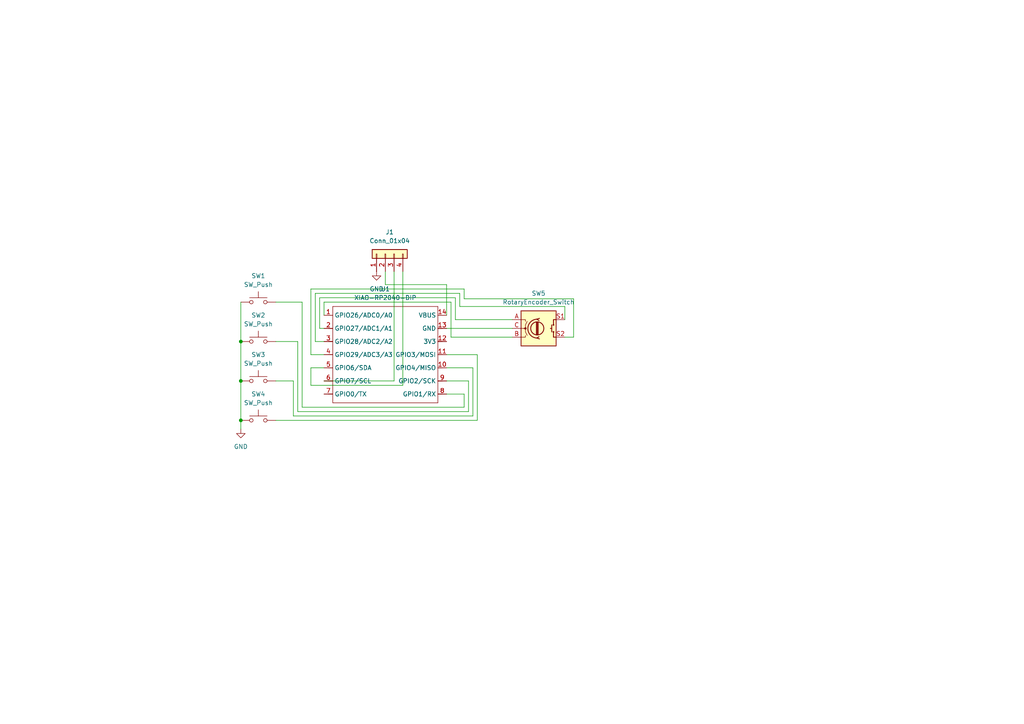
<source format=kicad_sch>
(kicad_sch (version 20250114) (generator "eeschema") (generator_version "9.0")
  (paper "A4")
  (lib_symbols
    (symbol "Connector_Generic:Conn_01x04" (pin_names (offset 1.016) (hide yes))
      (property "Reference" "J" (at 0 5.08 0))
      (property "Value" "Conn_01x04" (at 0 -7.62 0))
      (symbol "Conn_01x04_1_1"
        (rectangle (start -1.27 3.81) (end 1.27 -6.35) (stroke (width 0.254)) (fill (type background)))
        (rectangle (start -1.27 2.667) (end 0 2.413) (stroke (width 0.1524)))
        (rectangle (start -1.27 0.127) (end 0 -0.127) (stroke (width 0.1524)))
        (rectangle (start -1.27 -2.413) (end 0 -2.667) (stroke (width 0.1524)))
        (rectangle (start -1.27 -4.953) (end 0 -5.207) (stroke (width 0.1524)))
        (pin passive line (at -5.08 2.54 0) (length 3.81) (name "Pin_1") (number "1"))
        (pin passive line (at -5.08 0 0) (length 3.81) (name "Pin_2") (number "2"))
        (pin passive line (at -5.08 -2.54 0) (length 3.81) (name "Pin_3") (number "3"))
        (pin passive line (at -5.08 -5.08 0) (length 3.81) (name "Pin_4") (number "4"))
      )
    )
    (symbol "Device:RotaryEncoder_Switch" (pin_names (offset 0.254) (hide yes))
      (property "Reference" "SW" (at 0 6.604 0))
      (property "Value" "RotaryEncoder_Switch" (at 0 -6.604 0))
      (symbol "RotaryEncoder_Switch_0_1"
        (rectangle (start -5.08 5.08) (end 5.08 -5.08) (stroke (width 0.254)) (fill (type background)))
        (polyline (pts (xy -5.08 2.54) (xy -3.81 2.54) (xy -3.81 2.032)))
        (polyline (pts (xy -5.08 0) (xy -3.81 0) (xy -3.81 -1.016) (xy -3.302 -2.032)))
        (polyline (pts (xy -5.08 -2.54) (xy -3.81 -2.54) (xy -3.81 -2.032)))
        (polyline (pts (xy -4.318 0) (xy -3.81 0) (xy -3.81 1.016) (xy -3.302 2.032)))
        (circle (center -3.81 0) (radius 0.254) (fill (type outline)))
        (polyline (pts (xy -0.635 -1.778) (xy -0.635 1.778)) (stroke (width 0.254)))
        (circle (center -0.381 0) (radius 1.905) (stroke (width 0.254)))
        (polyline (pts (xy -0.381 -1.778) (xy -0.381 1.778)) (stroke (width 0.254)))
        (arc (start -0.381 -2.794) (mid -3.0988 -0.0635) (end -0.381 2.667) (stroke (width 0.254)))
        (polyline (pts (xy -0.127 1.778) (xy -0.127 -1.778)) (stroke (width 0.254)))
        (polyline (pts (xy 0.254 2.921) (xy -0.508 2.667) (xy 0.127 2.286)) (stroke (width 0.254)))
        (polyline (pts (xy 0.254 -3.048) (xy -0.508 -2.794) (xy 0.127 -2.413)) (stroke (width 0.254)))
        (polyline (pts (xy 3.81 1.016) (xy 3.81 -1.016)) (stroke (width 0.254)))
        (polyline (pts (xy 3.81 0) (xy 3.429 0)) (stroke (width 0.254)))
        (circle (center 4.318 1.016) (radius 0.127) (stroke (width 0.254)))
        (circle (center 4.318 -1.016) (radius 0.127) (stroke (width 0.254)))
        (polyline (pts (xy 5.08 2.54) (xy 4.318 2.54) (xy 4.318 1.016)) (stroke (width 0.254)))
        (polyline (pts (xy 5.08 -2.54) (xy 4.318 -2.54) (xy 4.318 -1.016)) (stroke (width 0.254)))
      )
      (symbol "RotaryEncoder_Switch_1_1"
        (pin passive line (at -7.62 2.54 0) (length 2.54) (name "A") (number "A"))
        (pin passive line (at -7.62 0 0) (length 2.54) (name "C") (number "C"))
        (pin passive line (at -7.62 -2.54 0) (length 2.54) (name "B") (number "B"))
        (pin passive line (at 7.62 2.54 180) (length 2.54) (name "S1") (number "S1"))
        (pin passive line (at 7.62 -2.54 180) (length 2.54) (name "S2") (number "S2"))
      )
    )
    (symbol "OPL:XIAO-RP2040-DIP"
      (property "Reference" "U" (at 0 0 0))
      (property "Value" "XIAO-RP2040-DIP" (at 5.334 -1.778 0))
      (symbol "XIAO-RP2040-DIP_1_0"
        (polyline (pts (xy -1.27 -2.54) (xy 29.21 -2.54)) (stroke (width 0.1524)))
        (polyline (pts (xy -1.27 -5.08) (xy -2.54 -5.08)) (stroke (width 0.1524)))
        (polyline (pts (xy -1.27 -5.08) (xy -1.27 -2.54)) (stroke (width 0.1524)))
        (polyline (pts (xy -1.27 -8.89) (xy -2.54 -8.89)) (stroke (width 0.1524)))
        (polyline (pts (xy -1.27 -8.89) (xy -1.27 -5.08)) (stroke (width 0.1524)))
        (polyline (pts (xy -1.27 -12.7) (xy -2.54 -12.7)) (stroke (width 0.1524)))
        (polyline (pts (xy -1.27 -12.7) (xy -1.27 -8.89)) (stroke (width 0.1524)))
        (polyline (pts (xy -1.27 -16.51) (xy -2.54 -16.51)) (stroke (width 0.1524)))
        (polyline (pts (xy -1.27 -16.51) (xy -1.27 -12.7)) (stroke (width 0.1524)))
        (polyline (pts (xy -1.27 -20.32) (xy -2.54 -20.32)) (stroke (width 0.1524)))
        (polyline (pts (xy -1.27 -24.13) (xy -2.54 -24.13)) (stroke (width 0.1524)))
        (polyline (pts (xy -1.27 -27.94) (xy -2.54 -27.94)) (stroke (width 0.1524)))
        (polyline (pts (xy -1.27 -30.48) (xy -1.27 -16.51)) (stroke (width 0.1524)))
        (polyline (pts (xy 29.21 -2.54) (xy 29.21 -5.08)) (stroke (width 0.1524)))
        (polyline (pts (xy 29.21 -5.08) (xy 29.21 -8.89)) (stroke (width 0.1524)))
        (polyline (pts (xy 29.21 -8.89) (xy 29.21 -12.7)) (stroke (width 0.1524)))
        (polyline (pts (xy 29.21 -12.7) (xy 29.21 -30.48)) (stroke (width 0.1524)))
        (polyline (pts (xy 29.21 -30.48) (xy -1.27 -30.48)) (stroke (width 0.1524)))
        (polyline (pts (xy 30.48 -5.08) (xy 29.21 -5.08)) (stroke (width 0.1524)))
        (polyline (pts (xy 30.48 -8.89) (xy 29.21 -8.89)) (stroke (width 0.1524)))
        (polyline (pts (xy 30.48 -12.7) (xy 29.21 -12.7)) (stroke (width 0.1524)))
        (polyline (pts (xy 30.48 -16.51) (xy 29.21 -16.51)) (stroke (width 0.1524)))
        (polyline (pts (xy 30.48 -20.32) (xy 29.21 -20.32)) (stroke (width 0.1524)))
        (polyline (pts (xy 30.48 -24.13) (xy 29.21 -24.13)) (stroke (width 0.1524)))
        (polyline (pts (xy 30.48 -27.94) (xy 29.21 -27.94)) (stroke (width 0.1524)))
        (pin passive line (at -3.81 -5.08 0) (length 2.54) (name "GPIO26/ADC0/A0") (number "1"))
        (pin passive line (at -3.81 -8.89 0) (length 2.54) (name "GPIO27/ADC1/A1") (number "2"))
        (pin passive line (at -3.81 -12.7 0) (length 2.54) (name "GPIO28/ADC2/A2") (number "3"))
        (pin passive line (at -3.81 -16.51 0) (length 2.54) (name "GPIO29/ADC3/A3") (number "4"))
        (pin passive line (at -3.81 -20.32 0) (length 2.54) (name "GPIO6/SDA") (number "5"))
        (pin passive line (at -3.81 -24.13 0) (length 2.54) (name "GPIO7/SCL") (number "6"))
        (pin passive line (at -3.81 -27.94 0) (length 2.54) (name "GPIO0/TX") (number "7"))
        (pin passive line (at 31.75 -5.08 180) (length 2.54) (name "VBUS") (number "14"))
        (pin passive line (at 31.75 -8.89 180) (length 2.54) (name "GND") (number "13"))
        (pin passive line (at 31.75 -12.7 180) (length 2.54) (name "3V3") (number "12"))
        (pin passive line (at 31.75 -16.51 180) (length 2.54) (name "GPIO3/MOSI") (number "11"))
        (pin passive line (at 31.75 -20.32 180) (length 2.54) (name "GPIO4/MISO") (number "10"))
        (pin passive line (at 31.75 -24.13 180) (length 2.54) (name "GPIO2/SCK") (number "9"))
        (pin passive line (at 31.75 -27.94 180) (length 2.54) (name "GPIO1/RX") (number "8"))
      )
    )
    (symbol "Switch:SW_Push" (pin_numbers (hide yes)) (pin_names (offset 1.016) (hide yes))
      (property "Reference" "SW" (at 1.27 2.54 0))
      (property "Value" "SW_Push" (at 0 -1.524 0))
      (symbol "SW_Push_0_1"
        (circle (center -2.032 0) (radius 0.508))
        (polyline (pts (xy 0 1.27) (xy 0 3.048)))
        (circle (center 2.032 0) (radius 0.508))
        (polyline (pts (xy 2.54 1.27) (xy -2.54 1.27)))
        (pin passive line (at -5.08 0 0) (length 2.54) (name "1") (number "1"))
        (pin passive line (at 5.08 0 180) (length 2.54) (name "2") (number "2"))
      )
    )
    (symbol "power:GND" (power) (pin_numbers (hide yes)) (pin_names (offset 0) (hide yes))
      (property "Value" "GND" (at 0 -3.81 0))
      (symbol "GND_0_1"
        (polyline (pts (xy 0 0) (xy 0 -1.27) (xy 1.27 -1.27) (xy 0 -2.54) (xy -1.27 -1.27) (xy 0 -1.27)))
      )
      (symbol "GND_1_1"
        (pin power_in line (at 0 0 270) (length 0) (name "~") (number "1"))
      )
    )
  )
  (junction (at 69.85 121.92))
  (junction (at 69.85 110.49))
  (junction (at 69.85 99.06))
  (wire (pts (xy 87.63 118.11) (xy 87.63 87.63)))
  (wire (pts (xy 132.08 92.71) (xy 132.08 86.36)))
  (wire (pts (xy 134.62 86.665) (xy 166.37 86.665)))
  (wire (pts (xy 137.16 120.65) (xy 137.16 106.68)))
  (wire (pts (xy 129.54 114.3) (xy 134.62 114.3)))
  (wire (pts (xy 93.98 87.63) (xy 93.98 91.44)))
  (wire (pts (xy 86.36 99.06) (xy 86.36 119.38)))
  (wire (pts (xy 148.59 92.71) (xy 132.08 92.71)))
  (wire (pts (xy 148.59 97.79) (xy 130.81 97.79)))
  (wire (pts (xy 129.54 91.44) (xy 129.54 82.55)))
  (wire (pts (xy 69.85 110.49) (xy 69.85 121.92)))
  (wire (pts (xy 116.84 78.74) (xy 116.84 111.76)))
  (wire (pts (xy 134.62 114.3) (xy 134.62 118.11)))
  (wire (pts (xy 166.37 86.665) (xy 166.37 97.79)))
  (wire (pts (xy 138.43 102.87) (xy 129.54 102.87)))
  (wire (pts (xy 129.54 82.55) (xy 111.76 82.55)))
  (wire (pts (xy 80.01 121.92) (xy 138.43 121.92)))
  (wire (pts (xy 137.16 106.68) (xy 129.54 106.68)))
  (wire (pts (xy 69.85 99.06) (xy 69.85 110.49)))
  (wire (pts (xy 80.01 99.06) (xy 86.36 99.06)))
  (wire (pts (xy 85.09 120.65) (xy 137.16 120.65)))
  (wire (pts (xy 163.83 92.71) (xy 163.83 88.9)))
  (wire (pts (xy 92.71 95.25) (xy 93.98 95.25)))
  (wire (pts (xy 135.89 110.49) (xy 129.54 110.49)))
  (wire (pts (xy 133.35 88.9) (xy 133.35 85.09)))
  (wire (pts (xy 92.71 86.36) (xy 92.71 95.25)))
  (wire (pts (xy 130.81 87.63) (xy 93.98 87.63)))
  (wire (pts (xy 69.85 124.46) (xy 69.85 121.92)))
  (wire (pts (xy 166.37 97.79) (xy 163.83 97.79)))
  (wire (pts (xy 85.09 110.49) (xy 85.09 120.65)))
  (wire (pts (xy 86.36 119.38) (xy 135.89 119.38)))
  (wire (pts (xy 93.98 102.87) (xy 90.17 102.87)))
  (wire (pts (xy 134.62 118.11) (xy 87.63 118.11)))
  (wire (pts (xy 134.62 83.82) (xy 134.62 86.665)))
  (wire (pts (xy 80.01 110.49) (xy 85.09 110.49)))
  (wire (pts (xy 114.3 78.74) (xy 114.3 110.49)))
  (wire (pts (xy 80.01 87.63) (xy 87.63 87.63)))
  (wire (pts (xy 91.44 85.09) (xy 91.44 99.06)))
  (wire (pts (xy 91.44 99.06) (xy 93.98 99.06)))
  (wire (pts (xy 163.83 88.9) (xy 133.35 88.9)))
  (wire (pts (xy 138.43 121.92) (xy 138.43 102.87)))
  (wire (pts (xy 90.17 83.82) (xy 134.62 83.82)))
  (wire (pts (xy 132.08 86.36) (xy 92.71 86.36)))
  (wire (pts (xy 129.54 95.25) (xy 148.59 95.25)))
  (wire (pts (xy 90.17 111.76) (xy 90.17 106.68)))
  (wire (pts (xy 133.35 85.09) (xy 91.44 85.09)))
  (wire (pts (xy 69.85 87.63) (xy 69.85 99.06)))
  (wire (pts (xy 111.76 82.55) (xy 111.76 78.74)))
  (wire (pts (xy 90.17 106.68) (xy 93.98 106.68)))
  (wire (pts (xy 90.17 102.87) (xy 90.17 83.82)))
  (wire (pts (xy 114.3 110.49) (xy 93.98 110.49)))
  (wire (pts (xy 116.84 111.76) (xy 90.17 111.76)))
  (wire (pts (xy 130.81 97.79) (xy 130.81 87.63)))
  (wire (pts (xy 135.89 119.38) (xy 135.89 110.49)))
  (symbol (lib_id "Device:RotaryEncoder_Switch") (at 156.21 95.25 0) (unit 1)
    (property "Reference" "SW5" (at 156.21 85.09 0))
    (property "Value" "RotaryEncoder_Switch" (at 156.21 87.63 0))
    (property "Footprint" "Rotary_Encoder:RotaryEncoder_Alps_EC11E-Switch_Vertical_H20mm" (effects (hide yes)))
    (property "Description" "Rotary encoder, dual channel, incremental quadrate outputs, with switch" (effects (hide yes)))
  )
  (symbol (lib_id "Switch:SW_Push") (at 74.93 121.92 0) (unit 1)
    (property "Reference" "SW4" (at 74.93 114.3 0))
    (property "Value" "SW_Push" (at 74.93 116.84 0))
    (property "Footprint" "Button_Switch_Keyboard:SW_Cherry_MX_1.00u_PCB" (effects (hide yes)))
    (property "Description" "Push button switch, generic, two pins" (effects (hide yes)))
  )
  (symbol (lib_id "Switch:SW_Push") (at 74.93 87.63 0) (unit 1)
    (property "Reference" "SW1" (at 74.93 80.01 0))
    (property "Value" "SW_Push" (at 74.93 82.55 0))
    (property "Footprint" "Button_Switch_Keyboard:SW_Cherry_MX_1.00u_PCB" (effects (hide yes)))
    (property "Description" "Push button switch, generic, two pins" (effects (hide yes)))
  )
  (symbol (lib_id "Connector_Generic:Conn_01x04") (at 111.76 73.66 90) (unit 1)
    (property "Reference" "J1" (at 113.03 67.31 90))
    (property "Value" "Conn_01x04" (at 113.03 69.85 90))
    (property "Footprint" "OLED:SSD1306-0.91-OLED-4pin-128x32" (effects (hide yes)))
    (property "Description" "Generic connector, single row, 01x04, script generated (kicad-library-utils/schlib/autogen/connector/)" (effects (hide yes)))
  )
  (symbol (lib_id "Switch:SW_Push") (at 74.93 110.49 0) (unit 1)
    (property "Reference" "SW3" (at 74.93 102.87 0))
    (property "Value" "SW_Push" (at 74.93 105.41 0))
    (property "Footprint" "Button_Switch_Keyboard:SW_Cherry_MX_1.00u_PCB" (effects (hide yes)))
    (property "Description" "Push button switch, generic, two pins" (effects (hide yes)))
  )
  (symbol (lib_id "power:GND") (at 69.85 124.46 0) (unit 1)
    (property "Reference" "#PWR02" (effects (hide yes)))
    (property "Value" "GND" (at 69.85 129.54 0))
    (property "Description" "Power symbol creates a global label with name \"GND\" , ground" (effects (hide yes)))
  )
  (symbol (lib_id "OPL:XIAO-RP2040-DIP") (at 97.79 86.36 0) (unit 1)
    (property "Reference" "U1" (at 111.76 83.82 0))
    (property "Value" "XIAO-RP2040-DIP" (at 111.76 86.36 0))
    (property "Footprint" "OPL:XIAO-RP2040-DIP" (effects (hide yes)))
  )
  (symbol (lib_id "power:GND") (at 109.22 78.74 0) (unit 1)
    (property "Reference" "#PWR01" (effects (hide yes)))
    (property "Value" "GND" (at 109.22 83.82 0))
    (property "Description" "Power symbol creates a global label with name \"GND\" , ground" (effects (hide yes)))
  )
  (symbol (lib_id "Switch:SW_Push") (at 74.93 99.06 0) (unit 1)
    (property "Reference" "SW2" (at 74.93 91.44 0))
    (property "Value" "SW_Push" (at 74.93 93.98 0))
    (property "Footprint" "Button_Switch_Keyboard:SW_Cherry_MX_1.00u_PCB" (effects (hide yes)))
    (property "Description" "Push button switch, generic, two pins" (effects (hide yes)))
  )
)
</source>
